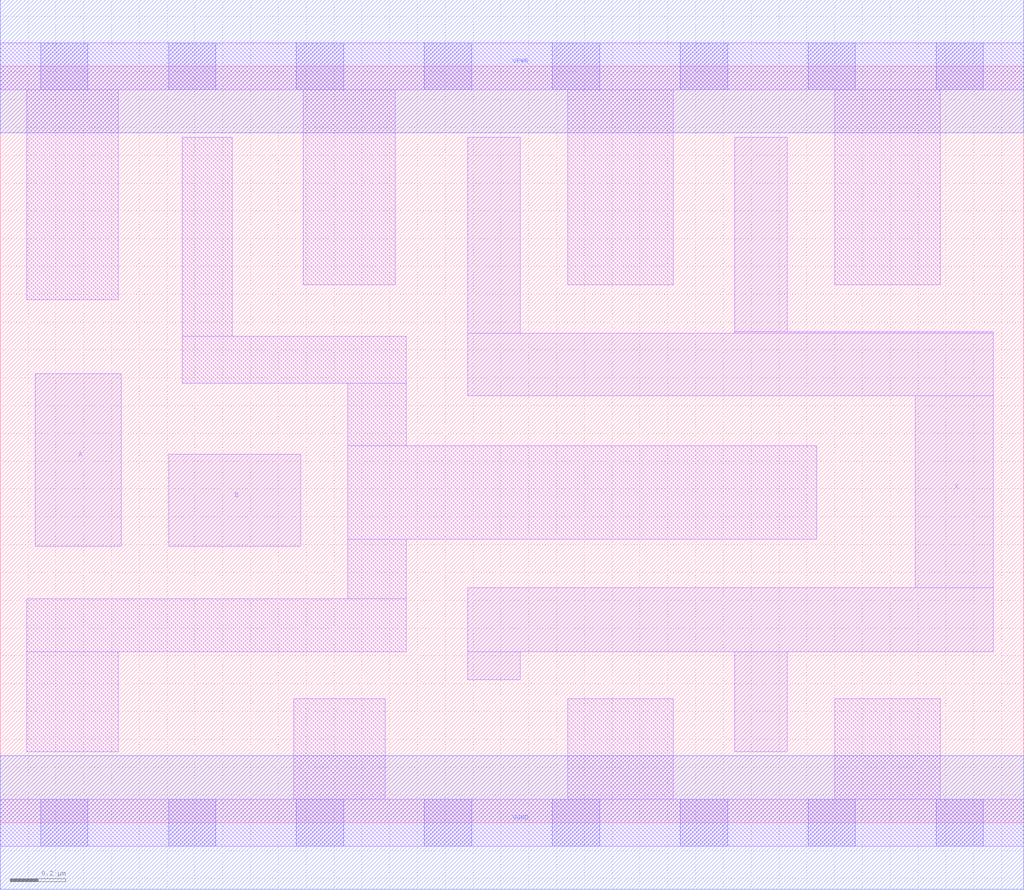
<source format=lef>
# Copyright 2020 The SkyWater PDK Authors
#
# Licensed under the Apache License, Version 2.0 (the "License");
# you may not use this file except in compliance with the License.
# You may obtain a copy of the License at
#
#     https://www.apache.org/licenses/LICENSE-2.0
#
# Unless required by applicable law or agreed to in writing, software
# distributed under the License is distributed on an "AS IS" BASIS,
# WITHOUT WARRANTIES OR CONDITIONS OF ANY KIND, either express or implied.
# See the License for the specific language governing permissions and
# limitations under the License.
#
# SPDX-License-Identifier: Apache-2.0

VERSION 5.7 ;
BUSBITCHARS "[]" ;
DIVIDERCHAR "/" ;
PROPERTYDEFINITIONS
  MACRO maskLayoutSubType STRING ;
  MACRO prCellType STRING ;
  MACRO originalViewName STRING ;
END PROPERTYDEFINITIONS
MACRO sky130_fd_sc_hdll__and2_4
  ORIGIN  0.000000  0.000000 ;
  CLASS CORE ;
  SYMMETRY X Y R90 ;
  SIZE  3.680000 BY  2.720000 ;
  SITE unithd ;
  PIN A
    ANTENNAGATEAREA  0.277500 ;
    DIRECTION INPUT ;
    USE SIGNAL ;
    PORT
      LAYER li1 ;
        RECT 0.125000 0.995000 0.435000 1.615000 ;
    END
  END A
  PIN B
    ANTENNAGATEAREA  0.277500 ;
    DIRECTION INPUT ;
    USE SIGNAL ;
    PORT
      LAYER li1 ;
        RECT 0.605000 0.995000 1.080000 1.325000 ;
    END
  END B
  PIN X
    ANTENNADIFFAREA  1.061500 ;
    DIRECTION OUTPUT ;
    USE SIGNAL ;
    PORT
      LAYER li1 ;
        RECT 1.680000 0.515000 1.870000 0.615000 ;
        RECT 1.680000 0.615000 3.570000 0.845000 ;
        RECT 1.680000 1.535000 3.570000 1.760000 ;
        RECT 1.680000 1.760000 1.870000 2.465000 ;
        RECT 2.640000 0.255000 2.830000 0.615000 ;
        RECT 2.640000 1.760000 3.570000 1.765000 ;
        RECT 2.640000 1.765000 2.830000 2.465000 ;
        RECT 3.290000 0.845000 3.570000 1.535000 ;
    END
  END X
  PIN VGND
    DIRECTION INOUT ;
    USE GROUND ;
    PORT
      LAYER met1 ;
        RECT 0.000000 -0.240000 3.680000 0.240000 ;
    END
  END VGND
  PIN VPWR
    DIRECTION INOUT ;
    USE POWER ;
    PORT
      LAYER met1 ;
        RECT 0.000000 2.480000 3.680000 2.960000 ;
    END
  END VPWR
  OBS
    LAYER li1 ;
      RECT 0.000000 -0.085000 3.680000 0.085000 ;
      RECT 0.000000  2.635000 3.680000 2.805000 ;
      RECT 0.095000  0.255000 0.425000 0.615000 ;
      RECT 0.095000  0.615000 1.460000 0.805000 ;
      RECT 0.095000  1.880000 0.425000 2.635000 ;
      RECT 0.655000  1.580000 1.460000 1.750000 ;
      RECT 0.655000  1.750000 0.835000 2.465000 ;
      RECT 1.055000  0.085000 1.385000 0.445000 ;
      RECT 1.090000  1.935000 1.420000 2.635000 ;
      RECT 1.250000  0.805000 1.460000 1.020000 ;
      RECT 1.250000  1.020000 2.935000 1.355000 ;
      RECT 1.250000  1.355000 1.460000 1.580000 ;
      RECT 2.040000  0.085000 2.420000 0.445000 ;
      RECT 2.040000  1.935000 2.420000 2.635000 ;
      RECT 3.000000  0.085000 3.380000 0.445000 ;
      RECT 3.000000  1.935000 3.380000 2.635000 ;
    LAYER mcon ;
      RECT 0.145000 -0.085000 0.315000 0.085000 ;
      RECT 0.145000  2.635000 0.315000 2.805000 ;
      RECT 0.605000 -0.085000 0.775000 0.085000 ;
      RECT 0.605000  2.635000 0.775000 2.805000 ;
      RECT 1.065000 -0.085000 1.235000 0.085000 ;
      RECT 1.065000  2.635000 1.235000 2.805000 ;
      RECT 1.525000 -0.085000 1.695000 0.085000 ;
      RECT 1.525000  2.635000 1.695000 2.805000 ;
      RECT 1.985000 -0.085000 2.155000 0.085000 ;
      RECT 1.985000  2.635000 2.155000 2.805000 ;
      RECT 2.445000 -0.085000 2.615000 0.085000 ;
      RECT 2.445000  2.635000 2.615000 2.805000 ;
      RECT 2.905000 -0.085000 3.075000 0.085000 ;
      RECT 2.905000  2.635000 3.075000 2.805000 ;
      RECT 3.365000 -0.085000 3.535000 0.085000 ;
      RECT 3.365000  2.635000 3.535000 2.805000 ;
  END
  PROPERTY maskLayoutSubType "abstract" ;
  PROPERTY prCellType "standard" ;
  PROPERTY originalViewName "layout" ;
END sky130_fd_sc_hdll__and2_4

</source>
